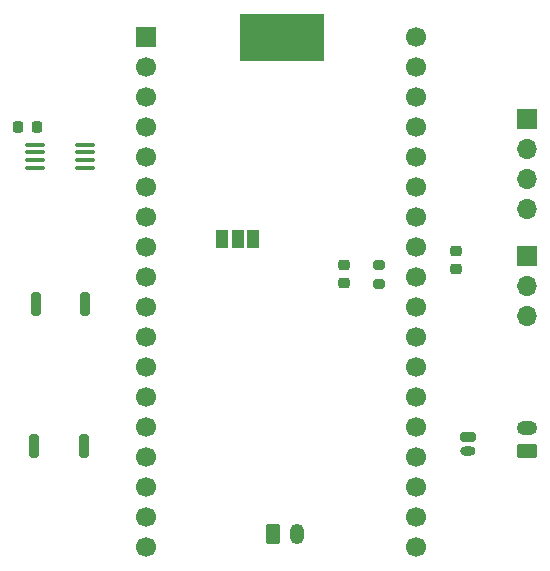
<source format=gbr>
%TF.GenerationSoftware,KiCad,Pcbnew,8.0.7-8.0.7-0~ubuntu22.04.1*%
%TF.CreationDate,2025-01-06T16:11:52+01:00*%
%TF.ProjectId,crack_monitoring_minimal,63726163-6b5f-46d6-9f6e-69746f72696e,rev?*%
%TF.SameCoordinates,Original*%
%TF.FileFunction,Soldermask,Top*%
%TF.FilePolarity,Negative*%
%FSLAX46Y46*%
G04 Gerber Fmt 4.6, Leading zero omitted, Abs format (unit mm)*
G04 Created by KiCad (PCBNEW 8.0.7-8.0.7-0~ubuntu22.04.1) date 2025-01-06 16:11:52*
%MOMM*%
%LPD*%
G01*
G04 APERTURE LIST*
G04 Aperture macros list*
%AMRoundRect*
0 Rectangle with rounded corners*
0 $1 Rounding radius*
0 $2 $3 $4 $5 $6 $7 $8 $9 X,Y pos of 4 corners*
0 Add a 4 corners polygon primitive as box body*
4,1,4,$2,$3,$4,$5,$6,$7,$8,$9,$2,$3,0*
0 Add four circle primitives for the rounded corners*
1,1,$1+$1,$2,$3*
1,1,$1+$1,$4,$5*
1,1,$1+$1,$6,$7*
1,1,$1+$1,$8,$9*
0 Add four rect primitives between the rounded corners*
20,1,$1+$1,$2,$3,$4,$5,0*
20,1,$1+$1,$4,$5,$6,$7,0*
20,1,$1+$1,$6,$7,$8,$9,0*
20,1,$1+$1,$8,$9,$2,$3,0*%
G04 Aperture macros list end*
%ADD10C,0.100000*%
%ADD11RoundRect,0.225000X0.250000X-0.225000X0.250000X0.225000X-0.250000X0.225000X-0.250000X-0.225000X0*%
%ADD12RoundRect,0.200000X-0.275000X0.200000X-0.275000X-0.200000X0.275000X-0.200000X0.275000X0.200000X0*%
%ADD13RoundRect,0.200000X-0.200000X-0.800000X0.200000X-0.800000X0.200000X0.800000X-0.200000X0.800000X0*%
%ADD14R,1.700000X1.700000*%
%ADD15O,1.700000X1.700000*%
%ADD16RoundRect,0.200000X-0.450000X0.200000X-0.450000X-0.200000X0.450000X-0.200000X0.450000X0.200000X0*%
%ADD17O,1.300000X0.800000*%
%ADD18RoundRect,0.250000X-0.350000X-0.625000X0.350000X-0.625000X0.350000X0.625000X-0.350000X0.625000X0*%
%ADD19O,1.200000X1.750000*%
%ADD20RoundRect,0.250000X0.625000X-0.350000X0.625000X0.350000X-0.625000X0.350000X-0.625000X-0.350000X0*%
%ADD21O,1.750000X1.200000*%
%ADD22RoundRect,0.100000X0.712500X0.100000X-0.712500X0.100000X-0.712500X-0.100000X0.712500X-0.100000X0*%
%ADD23R,1.000000X1.500000*%
%ADD24RoundRect,0.225000X0.225000X0.250000X-0.225000X0.250000X-0.225000X-0.250000X0.225000X-0.250000X0*%
%ADD25C,1.700000*%
G04 APERTURE END LIST*
D10*
X146750000Y-51500000D02*
X153750000Y-51500000D01*
X153750000Y-55350000D01*
X146750000Y-55350000D01*
X146750000Y-51500000D01*
G36*
X146750000Y-51500000D02*
G01*
X153750000Y-51500000D01*
X153750000Y-55350000D01*
X146750000Y-55350000D01*
X146750000Y-51500000D01*
G37*
D11*
%TO.C,C2*%
X165000000Y-73050000D03*
X165000000Y-71500000D03*
%TD*%
D12*
%TO.C,R1*%
X158500000Y-72675000D03*
X158500000Y-74325000D03*
%TD*%
D13*
%TO.C,SW1*%
X129400000Y-76000000D03*
X133600000Y-76000000D03*
%TD*%
D14*
%TO.C,J1*%
X171000000Y-60380000D03*
D15*
X171000000Y-62920000D03*
X171000000Y-65460000D03*
X171000000Y-68000000D03*
%TD*%
D16*
%TO.C,J5*%
X166000000Y-87250000D03*
D17*
X166000000Y-88500000D03*
%TD*%
D14*
%TO.C,J2*%
X171000000Y-71960000D03*
D15*
X171000000Y-74500000D03*
X171000000Y-77040000D03*
%TD*%
D18*
%TO.C,J3*%
X149500000Y-95450000D03*
D19*
X151500000Y-95450000D03*
%TD*%
D20*
%TO.C,J4*%
X171000000Y-88500000D03*
D21*
X171000000Y-86500000D03*
%TD*%
D11*
%TO.C,C1*%
X155500000Y-74275000D03*
X155500000Y-72725000D03*
%TD*%
D22*
%TO.C,U2*%
X133612500Y-64475000D03*
X133612500Y-63825000D03*
X133612500Y-63175000D03*
X133612500Y-62525000D03*
X129387500Y-62525000D03*
X129387500Y-63175000D03*
X129387500Y-63825000D03*
X129387500Y-64475000D03*
%TD*%
D13*
%TO.C,SW2*%
X129300000Y-88000000D03*
X133500000Y-88000000D03*
%TD*%
D23*
%TO.C,JP1*%
X147800000Y-70500000D03*
X146500000Y-70500000D03*
X145200000Y-70500000D03*
%TD*%
D24*
%TO.C,C4*%
X129500000Y-61000000D03*
X127950000Y-61000000D03*
%TD*%
D14*
%TO.C,U1*%
X138770000Y-53440000D03*
D25*
X138770000Y-55980000D03*
X138770000Y-58520000D03*
X138770000Y-61060000D03*
X138770000Y-63600000D03*
X138770000Y-66140000D03*
X138770000Y-68680000D03*
X138770000Y-71220000D03*
X138770000Y-73760000D03*
X138770000Y-76300000D03*
X138770000Y-78840000D03*
X138770000Y-81380000D03*
X138770000Y-83920000D03*
X138770000Y-86460000D03*
X138770000Y-89000000D03*
X138770000Y-91540000D03*
X138770000Y-94080000D03*
X138770000Y-96620000D03*
X161630000Y-53440000D03*
X161630000Y-55980000D03*
X161630000Y-58520000D03*
X161630000Y-61060000D03*
X161630000Y-63600000D03*
X161630000Y-66140000D03*
X161630000Y-68680000D03*
X161630000Y-71220000D03*
X161630000Y-73760000D03*
X161630000Y-76300000D03*
X161630000Y-78840000D03*
X161630000Y-81380000D03*
X161630000Y-83920000D03*
X161630000Y-86460000D03*
X161630000Y-89000000D03*
X161630000Y-91540000D03*
X161630000Y-94080000D03*
X161630000Y-96620000D03*
%TD*%
M02*

</source>
